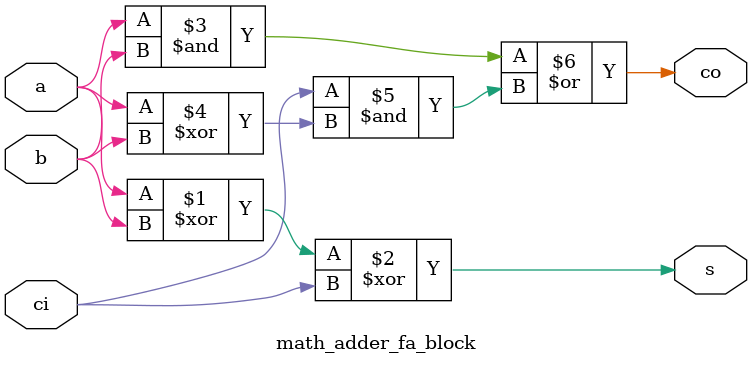
<source format=v>
`timescale 1ns / 1ps
`default_nettype none

module math_adder_fa_block( input wire a,      // a
								    input wire b,      // b
								    input wire ci,     // carry in
								    output wire s,     // sum
								    output wire co );  // carry out
 
    assign s = a ^ b ^ ci;
    assign co = a & b | ci & (a ^ b);
 
endmodule
</source>
